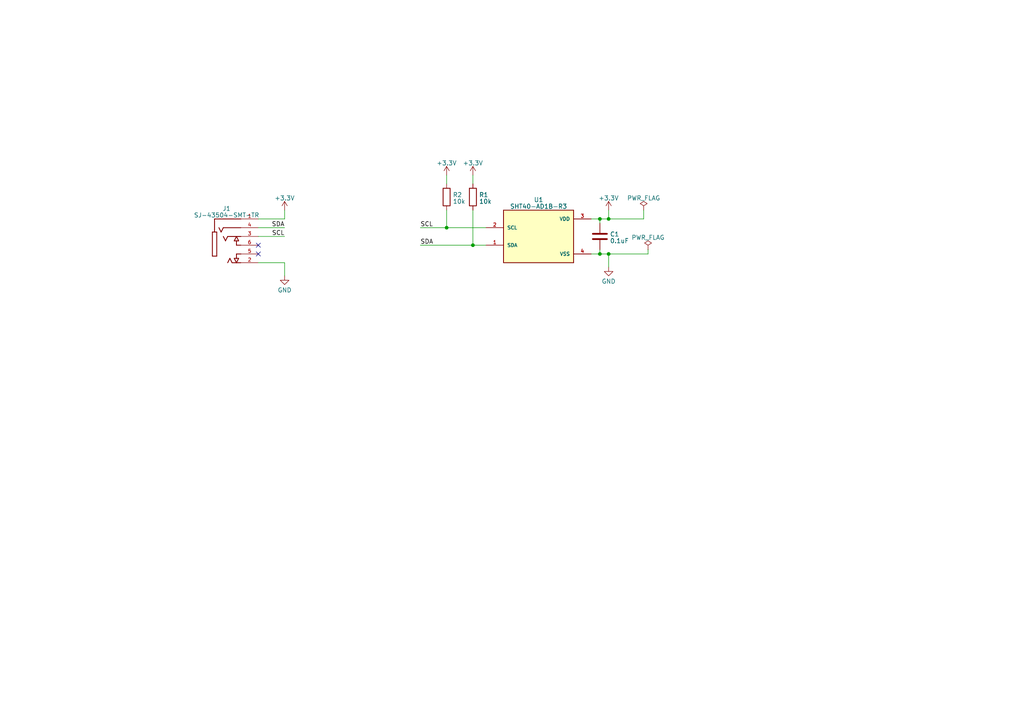
<source format=kicad_sch>
(kicad_sch (version 20230121) (generator eeschema)
  (paper "A4")
  (lib_symbols
    (symbol "Device:C" (pin_numbers hide) (pin_names (offset 0.254))
      (property "Reference" "C" (at 0.635 2.54 0))
      (property "Value" "C" (at 0.635 -2.54 0))
      (symbol "C_0_1"
        (polyline (pts (xy -2.032 -0.762) (xy 2.032 -0.762)) (stroke (width 0.508)))
        (polyline (pts (xy -2.032 0.762) (xy 2.032 0.762)) (stroke (width 0.508)))
      )
      (symbol "C_1_1"
        (pin passive line (at 0 3.81 270) (length 2.794) (name "~") (number "1"))
        (pin passive line (at 0 -3.81 90) (length 2.794) (name "~") (number "2"))
      )
    )
    (symbol "Device:R" (pin_numbers hide) (pin_names (offset 0))
      (property "Reference" "R" (at 2.032 0 90))
      (property "Value" "R" (at 0 0 90))
      (symbol "R_0_1"
        (rectangle (start -1.016 -2.54) (end 1.016 2.54) (stroke (width 0.254)))
      )
      (symbol "R_1_1"
        (pin passive line (at 0 3.81 270) (length 1.27) (name "~") (number "1"))
        (pin passive line (at 0 -3.81 90) (length 1.27) (name "~") (number "2"))
      )
    )
    (symbol "SHT40-AD1B-R3:SHT40-AD1B-R3" (pin_names (offset 1.016))
      (property "Reference" "U" (at -10.16 8.89 0))
      (property "Value" "SHT40-AD1B-R3" (at -10.16 -10.16 0))
      (symbol "SHT40-AD1B-R3_0_0"
        (rectangle (start -10.16 -7.62) (end 10.16 7.62) (stroke (width 0.254)) (fill (type background)))
        (pin bidirectional line (at -15.24 -2.54 0) (length 5.08) (name "SDA") (number "1"))
        (pin input line (at -15.24 2.54 0) (length 5.08) (name "SCL") (number "2"))
        (pin power_in line (at 15.24 5.08 180) (length 5.08) (name "VDD") (number "3"))
        (pin power_in line (at 15.24 -5.08 180) (length 5.08) (name "VSS") (number "4"))
      )
    )
    (symbol "SJ-43504-SMT-TR:SJ-43504-SMT-TR" (pin_names (offset 1.016))
      (property "Reference" "J" (at -8.9086 6.3633 0))
      (property "Value" "SJ-43504-SMT-TR" (at -8.8984 -11.4407 0))
      (symbol "SJ-43504-SMT-TR_0_0"
        (polyline (pts (xy -8.255 -5.715) (xy -8.255 1.27)) (stroke (width 0.254)))
        (polyline (pts (xy -8.255 1.27) (xy -7.62 1.27)) (stroke (width 0.254)))
        (polyline (pts (xy -7.62 1.27) (xy -6.985 1.27)) (stroke (width 0.254)))
        (polyline (pts (xy -7.62 5.08) (xy -7.62 1.27)) (stroke (width 0.254)))
        (polyline (pts (xy -6.985 -5.715) (xy -8.255 -5.715)) (stroke (width 0.254)))
        (polyline (pts (xy -6.985 1.27) (xy -6.985 -5.715)) (stroke (width 0.254)))
        (polyline (pts (xy -5.715 1.27) (xy -6.35 2.54)) (stroke (width 0.254)))
        (polyline (pts (xy -5.08 2.54) (xy -5.715 1.27)) (stroke (width 0.254)))
        (polyline (pts (xy -4.445 -1.27) (xy -5.08 0)) (stroke (width 0.254)))
        (polyline (pts (xy -3.81 0) (xy -4.445 -1.27)) (stroke (width 0.254)))
        (polyline (pts (xy -3.175 -6.35) (xy -3.81 -7.62)) (stroke (width 0.254)))
        (polyline (pts (xy -2.54 -7.62) (xy -3.175 -6.35)) (stroke (width 0.254)))
        (polyline (pts (xy -1.905 -6.35) (xy -1.27 -6.35)) (stroke (width 0.254)))
        (polyline (pts (xy -1.905 -1.27) (xy -1.27 -1.27)) (stroke (width 0.254)))
        (polyline (pts (xy -1.27 -7.62) (xy -2.54 -7.62)) (stroke (width 0.254)))
        (polyline (pts (xy -1.27 -7.62) (xy -1.905 -6.35)) (stroke (width 0.254)))
        (polyline (pts (xy -1.27 -6.35) (xy -0.635 -6.35)) (stroke (width 0.254)))
        (polyline (pts (xy -1.27 -5.08) (xy -1.27 -6.35)) (stroke (width 0.254)))
        (polyline (pts (xy -1.27 -2.54) (xy -1.27 -1.27)) (stroke (width 0.254)))
        (polyline (pts (xy -1.27 -1.27) (xy -0.635 -1.27)) (stroke (width 0.254)))
        (polyline (pts (xy -1.27 0) (xy -3.81 0)) (stroke (width 0.254)))
        (polyline (pts (xy -1.27 0) (xy -1.905 -1.27)) (stroke (width 0.254)))
        (polyline (pts (xy -0.635 -6.35) (xy -1.27 -7.62)) (stroke (width 0.254)))
        (polyline (pts (xy -0.635 -1.27) (xy -1.27 0)) (stroke (width 0.254)))
        (polyline (pts (xy 0 -7.62) (xy -1.27 -7.62)) (stroke (width 0.254)))
        (polyline (pts (xy 0 -5.08) (xy -1.27 -5.08)) (stroke (width 0.254)))
        (polyline (pts (xy 0 -2.54) (xy -1.27 -2.54)) (stroke (width 0.254)))
        (polyline (pts (xy 0 0) (xy -1.27 0)) (stroke (width 0.254)))
        (polyline (pts (xy 0 2.54) (xy -5.08 2.54)) (stroke (width 0.254)))
        (polyline (pts (xy 0 5.08) (xy -7.62 5.08)) (stroke (width 0.254)))
        (pin passive line (at 5.08 5.08 180) (length 5.08) (name "~") (number "1"))
        (pin passive line (at 5.08 -7.62 180) (length 5.08) (name "~") (number "2"))
        (pin passive line (at 5.08 0 180) (length 5.08) (name "~") (number "3"))
        (pin passive line (at 5.08 2.54 180) (length 5.08) (name "~") (number "4"))
        (pin passive line (at 5.08 -5.08 180) (length 5.08) (name "~") (number "5"))
        (pin passive line (at 5.08 -2.54 180) (length 5.08) (name "~") (number "6"))
      )
    )
    (symbol "power:+3.3V" (power) (pin_names (offset 0))
      (property "Value" "+3.3V" (at 0 3.556 0))
      (symbol "+3.3V_0_1"
        (polyline (pts (xy -0.762 1.27) (xy 0 2.54)))
        (polyline (pts (xy 0 0) (xy 0 2.54)))
        (polyline (pts (xy 0 2.54) (xy 0.762 1.27)))
      )
      (symbol "+3.3V_1_1"
        (pin power_in line (at 0 0 90) (length 0) hide (name "+3.3V") (number "1"))
      )
    )
    (symbol "power:GND" (power) (pin_names (offset 0))
      (property "Value" "GND" (at 0 -3.81 0))
      (symbol "GND_0_1"
        (polyline (pts (xy 0 0) (xy 0 -1.27) (xy 1.27 -1.27) (xy 0 -2.54) (xy -1.27 -1.27) (xy 0 -1.27)))
      )
      (symbol "GND_1_1"
        (pin power_in line (at 0 0 270) (length 0) hide (name "GND") (number "1"))
      )
    )
    (symbol "power:PWR_FLAG" (power) (pin_numbers hide) (pin_names (offset 0) hide)
      (property "Value" "PWR_FLAG" (at 0 3.81 0))
      (symbol "PWR_FLAG_0_0"
        (pin power_out line (at 0 0 90) (length 0) (name "pwr") (number "1"))
      )
      (symbol "PWR_FLAG_0_1"
        (polyline (pts (xy 0 0) (xy 0 1.27) (xy -1.016 1.905) (xy 0 2.54) (xy 1.016 1.905) (xy 0 1.27)))
      )
    )
  )
  (junction (at 176.53 63.5))
  (junction (at 173.99 73.66))
  (junction (at 173.99 63.5))
  (junction (at 129.54 66.04))
  (junction (at 137.16 71.12))
  (junction (at 176.53 73.66))
  (no_connect (at 74.93 73.66))
  (no_connect (at 74.93 71.12))
  (wire (pts (xy 82.55 60.96) (xy 82.55 63.5)))
  (wire (pts (xy 82.55 63.5) (xy 74.93 63.5)))
  (wire (pts (xy 121.92 71.12) (xy 137.16 71.12)))
  (wire (pts (xy 176.53 73.66) (xy 187.96 73.66)))
  (wire (pts (xy 129.54 50.8) (xy 129.54 53.34)))
  (wire (pts (xy 121.92 66.04) (xy 129.54 66.04)))
  (wire (pts (xy 74.93 68.58) (xy 82.55 68.58)))
  (wire (pts (xy 82.55 76.2) (xy 82.55 80.01)))
  (wire (pts (xy 137.16 50.8) (xy 137.16 53.34)))
  (wire (pts (xy 176.53 73.66) (xy 176.53 77.47)))
  (wire (pts (xy 171.45 73.66) (xy 173.99 73.66)))
  (wire (pts (xy 137.16 71.12) (xy 140.97 71.12)))
  (wire (pts (xy 173.99 63.5) (xy 173.99 64.77)))
  (wire (pts (xy 176.53 63.5) (xy 176.53 60.96)))
  (wire (pts (xy 74.93 66.04) (xy 82.55 66.04)))
  (wire (pts (xy 137.16 60.96) (xy 137.16 71.12)))
  (wire (pts (xy 173.99 63.5) (xy 176.53 63.5)))
  (wire (pts (xy 187.96 72.39) (xy 187.96 73.66)))
  (wire (pts (xy 129.54 60.96) (xy 129.54 66.04)))
  (wire (pts (xy 171.45 63.5) (xy 173.99 63.5)))
  (wire (pts (xy 74.93 76.2) (xy 82.55 76.2)))
  (wire (pts (xy 186.69 60.96) (xy 186.69 63.5)))
  (wire (pts (xy 173.99 72.39) (xy 173.99 73.66)))
  (wire (pts (xy 173.99 73.66) (xy 176.53 73.66)))
  (wire (pts (xy 186.69 63.5) (xy 176.53 63.5)))
  (wire (pts (xy 129.54 66.04) (xy 140.97 66.04)))
  (label "SCL" (at 121.92 66.04 0))
  (label "SCL" (at 82.55 68.58 180))
  (label "SDA" (at 121.92 71.12 0))
  (label "SDA" (at 82.55 66.04 180))
  (symbol (lib_id "power:PWR_FLAG") (at 187.96 72.39 0) (unit 1)
    (property "Reference" "#FLG02" (effects hide))
    (property "Value" "PWR_FLAG" (at 187.96 68.8881 0))
  )
  (symbol (lib_id "SJ-43504-SMT-TR:SJ-43504-SMT-TR") (at 69.85 68.58 0) (unit 1)
    (property "Reference" "J1" (at 65.7225 60.4901 0))
    (property "Value" "SJ-43504-SMT-TR" (at 65.7225 62.4111 0))
    (property "Footprint" "SJ-43504-SMT-TR:CUI_SJ-43504-SMT-TR" (effects hide))
    (property "SNAPEDA_PN" "SJ-43504-SMT-TR" (effects hide))
    (property "STANDARD" "Manufacturer Recommendations" (effects hide))
    (property "MAXIMUM_PACKAGE_HEIGHT" "3.3 mm" (effects hide))
    (property "PARTREV" "10/08/2019" (effects hide))
    (property "MANUFACTURER" "CUI Devices" (effects hide))
  )
  (symbol (lib_id "power:+3.3V") (at 176.53 60.96 0) (unit 1)
    (property "Reference" "#PWR01" (effects hide))
    (property "Value" "+3.3V" (at 176.53 57.4581 0))
  )
  (symbol (lib_id "power:PWR_FLAG") (at 186.69 60.96 0) (unit 1)
    (property "Reference" "#FLG01" (effects hide))
    (property "Value" "PWR_FLAG" (at 186.69 57.4581 0))
  )
  (symbol (lib_id "SHT40-AD1B-R3:SHT40-AD1B-R3") (at 156.21 68.58 0) (unit 1)
    (property "Reference" "U1" (at 156.21 57.9501 0))
    (property "Value" "SHT40-AD1B-R3" (at 156.21 59.8711 0))
    (property "Footprint" "SHT40-AD1B-R3:SHT4X" (effects hide))
  )
  (symbol (lib_id "power:GND") (at 176.53 77.47 0) (unit 1)
    (property "Reference" "#PWR02" (effects hide))
    (property "Value" "GND" (at 176.53 81.6055 0))
  )
  (symbol (lib_id "power:+3.3V") (at 137.16 50.8 0) (unit 1)
    (property "Reference" "#PWR06" (effects hide))
    (property "Value" "+3.3V" (at 137.16 47.2981 0))
  )
  (symbol (lib_id "Device:R") (at 129.54 57.15 0) (unit 1)
    (property "Reference" "R2" (at 131.318 56.5063 0) (effects (justify left)))
    (property "Value" "10k" (at 131.318 58.4273 0) (effects (justify left)))
    (property "Footprint" "Resistor_SMD:R_0603_1608Metric" (effects hide))
  )
  (symbol (lib_id "power:+3.3V") (at 129.54 50.8 0) (unit 1)
    (property "Reference" "#PWR05" (effects hide))
    (property "Value" "+3.3V" (at 129.54 47.2981 0))
  )
  (symbol (lib_id "Device:R") (at 137.16 57.15 0) (unit 1)
    (property "Reference" "R1" (at 138.938 56.5063 0) (effects (justify left)))
    (property "Value" "10k" (at 138.938 58.4273 0) (effects (justify left)))
    (property "Footprint" "Resistor_SMD:R_0603_1608Metric" (effects hide))
  )
  (symbol (lib_id "power:+3.3V") (at 82.55 60.96 0) (unit 1)
    (property "Reference" "#PWR03" (effects hide))
    (property "Value" "+3.3V" (at 82.55 57.4581 0))
  )
  (symbol (lib_id "power:GND") (at 82.55 80.01 0) (unit 1)
    (property "Reference" "#PWR04" (effects hide))
    (property "Value" "GND" (at 82.55 84.1455 0))
  )
  (symbol (lib_id "Device:C") (at 173.99 68.58 0) (unit 1)
    (property "Reference" "C1" (at 176.911 67.9363 0) (effects (justify left)))
    (property "Value" "0.1uF" (at 176.911 69.8573 0) (effects (justify left)))
    (property "Footprint" "Capacitor_SMD:C_0603_1608Metric" (effects hide))
  )
)
</source>
